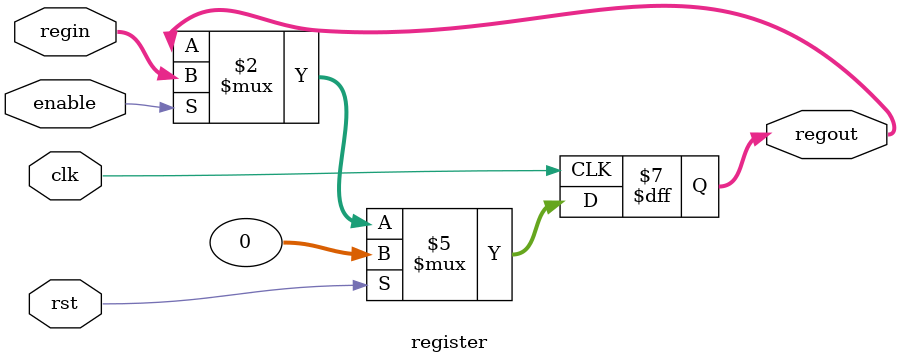
<source format=v>
module register(clk, rst, enable, regin, regout);

input clk, rst, enable;
input [31:0] regin;

output reg [31:0] regout;

always@(posedge clk) begin
    if (rst)  
        regout <= 32'b0;
    else if (enable)  
        regout <= regin;
end
endmodule
</source>
